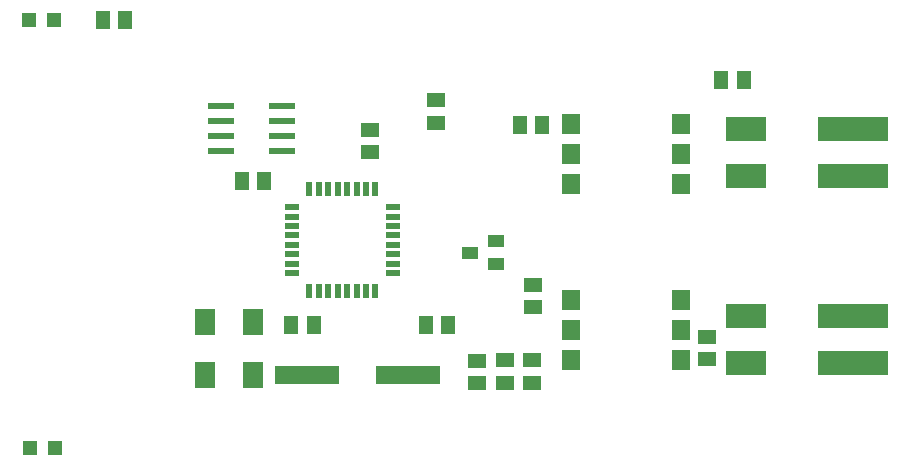
<source format=gbr>
G04 EAGLE Gerber RS-274X export*
G75*
%MOMM*%
%FSLAX34Y34*%
%LPD*%
%INSolderpaste Top*%
%IPPOS*%
%AMOC8*
5,1,8,0,0,1.08239X$1,22.5*%
G01*
%ADD10R,0.558800X1.270000*%
%ADD11R,1.270000X0.558800*%
%ADD12R,1.400000X1.000000*%
%ADD13R,2.209800X0.609600*%
%ADD14R,1.200000X1.200000*%
%ADD15R,1.300000X1.600000*%
%ADD16R,1.600000X1.300000*%
%ADD17R,1.500000X1.300000*%
%ADD18R,5.500000X1.500000*%
%ADD19R,1.300000X1.500000*%
%ADD20R,1.520000X1.780000*%
%ADD21R,6.000000X2.000000*%
%ADD22R,3.500000X2.000000*%
%ADD23R,1.780000X2.160000*%


D10*
X271200Y159874D03*
X279200Y159874D03*
X287200Y159874D03*
X295200Y159874D03*
X303200Y159874D03*
X311200Y159874D03*
X319200Y159874D03*
X327200Y159874D03*
D11*
X342126Y174800D03*
X342126Y182800D03*
X342126Y190800D03*
X342126Y198800D03*
X342126Y206800D03*
X342126Y214800D03*
X342126Y222800D03*
X342126Y230800D03*
D10*
X327200Y245726D03*
X319200Y245726D03*
X311200Y245726D03*
X303200Y245726D03*
X295200Y245726D03*
X287200Y245726D03*
X279200Y245726D03*
X271200Y245726D03*
D11*
X256274Y230800D03*
X256274Y222800D03*
X256274Y214800D03*
X256274Y206800D03*
X256274Y198800D03*
X256274Y190800D03*
X256274Y182800D03*
X256274Y174800D03*
D12*
X407000Y192300D03*
X429000Y201800D03*
X429000Y182800D03*
D13*
X248462Y278350D03*
X248462Y291050D03*
X248462Y303750D03*
X248462Y316450D03*
X196138Y316450D03*
X196138Y303750D03*
X196138Y291050D03*
X196138Y278350D03*
D14*
X33700Y389100D03*
X54700Y389100D03*
X34800Y27000D03*
X55800Y27000D03*
D15*
X96200Y389100D03*
X115200Y389100D03*
D16*
X413500Y81600D03*
X413500Y100600D03*
D17*
X322300Y277100D03*
X322300Y296100D03*
D18*
X354900Y88500D03*
X268900Y88500D03*
D19*
X388800Y131100D03*
X369800Y131100D03*
X274800Y130700D03*
X255800Y130700D03*
D16*
X378300Y302300D03*
X378300Y321300D03*
D19*
X214100Y253200D03*
X233100Y253200D03*
D20*
X492950Y301300D03*
X492950Y275900D03*
X492950Y250500D03*
X585850Y250500D03*
X585850Y275900D03*
X585850Y301300D03*
X585850Y101700D03*
X585850Y127100D03*
X585850Y152500D03*
X492950Y152500D03*
X492950Y127100D03*
X492950Y101700D03*
D15*
X468300Y300700D03*
X449300Y300700D03*
D16*
X460700Y146100D03*
X460700Y165100D03*
X460000Y101100D03*
X460000Y82100D03*
D15*
X620100Y338800D03*
X639100Y338800D03*
D21*
X731700Y296900D03*
X731700Y256900D03*
D22*
X640700Y296900D03*
X640700Y256900D03*
D21*
X731700Y138800D03*
X731700Y98800D03*
D22*
X640700Y138800D03*
X640700Y98800D03*
D23*
X182900Y133200D03*
X223600Y133200D03*
X182900Y88900D03*
X223600Y88900D03*
D17*
X607600Y102100D03*
X607600Y121100D03*
X437100Y82100D03*
X437100Y101100D03*
M02*

</source>
